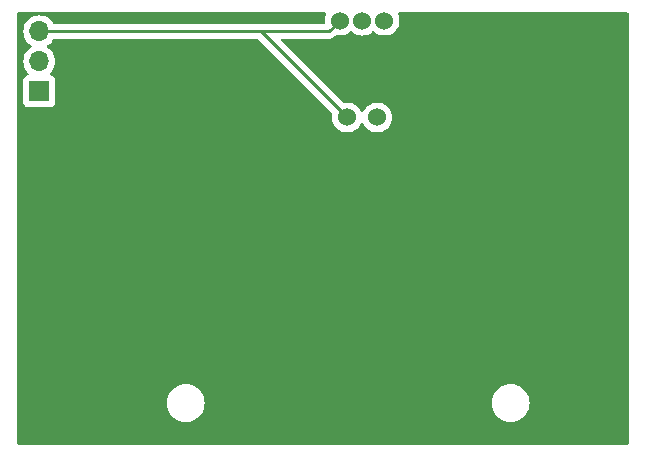
<source format=gbl>
G04 #@! TF.GenerationSoftware,KiCad,Pcbnew,7.0.8-7.0.8~ubuntu22.04.1*
G04 #@! TF.CreationDate,2024-01-26T15:42:25+01:00*
G04 #@! TF.ProjectId,hand_B,68616e64-5f42-42e6-9b69-6361645f7063,rev?*
G04 #@! TF.SameCoordinates,Original*
G04 #@! TF.FileFunction,Copper,L2,Bot*
G04 #@! TF.FilePolarity,Positive*
%FSLAX46Y46*%
G04 Gerber Fmt 4.6, Leading zero omitted, Abs format (unit mm)*
G04 Created by KiCad (PCBNEW 7.0.8-7.0.8~ubuntu22.04.1) date 2024-01-26 15:42:25*
%MOMM*%
%LPD*%
G01*
G04 APERTURE LIST*
G04 #@! TA.AperFunction,ComponentPad*
%ADD10R,1.700000X1.700000*%
G04 #@! TD*
G04 #@! TA.AperFunction,ComponentPad*
%ADD11O,1.700000X1.700000*%
G04 #@! TD*
G04 #@! TA.AperFunction,ComponentPad*
%ADD12C,1.524000*%
G04 #@! TD*
G04 #@! TA.AperFunction,Conductor*
%ADD13C,0.250000*%
G04 #@! TD*
G04 APERTURE END LIST*
D10*
X76100000Y-39587500D03*
D11*
X76100000Y-37047500D03*
X76100000Y-34507500D03*
D12*
X102160000Y-41800000D03*
X104700000Y-41800000D03*
X101525000Y-33595000D03*
X103425000Y-33595000D03*
X105325000Y-33595000D03*
D13*
X92875000Y-34507500D02*
X100612500Y-34507500D01*
X102160000Y-41800000D02*
X94867500Y-34507500D01*
X100612500Y-34507500D02*
X101525000Y-33595000D01*
X94867500Y-34507500D02*
X92875000Y-34507500D01*
X76100000Y-34507500D02*
X92875000Y-34507500D01*
G04 #@! TA.AperFunction,NonConductor*
G36*
X100328467Y-32919685D02*
G01*
X100374222Y-32972489D01*
X100384166Y-33041647D01*
X100373810Y-33076405D01*
X100334107Y-33161548D01*
X100334104Y-33161554D01*
X100276930Y-33374929D01*
X100276929Y-33374937D01*
X100257677Y-33594997D01*
X100257677Y-33595001D01*
X100270992Y-33747193D01*
X100257225Y-33815693D01*
X100208610Y-33865876D01*
X100147464Y-33882000D01*
X94926484Y-33882000D01*
X94907086Y-33880473D01*
X94899662Y-33879297D01*
X94887305Y-33877340D01*
X94887304Y-33877340D01*
X94840916Y-33881725D01*
X94835078Y-33882000D01*
X77375227Y-33882000D01*
X77308188Y-33862315D01*
X77273652Y-33829123D01*
X77138494Y-33636097D01*
X76971402Y-33469006D01*
X76971395Y-33469001D01*
X76777834Y-33333467D01*
X76777830Y-33333465D01*
X76777828Y-33333464D01*
X76563663Y-33233597D01*
X76563659Y-33233596D01*
X76563655Y-33233594D01*
X76335413Y-33172438D01*
X76335403Y-33172436D01*
X76100001Y-33151841D01*
X76099999Y-33151841D01*
X75864596Y-33172436D01*
X75864586Y-33172438D01*
X75636344Y-33233594D01*
X75636335Y-33233598D01*
X75422171Y-33333464D01*
X75422169Y-33333465D01*
X75228597Y-33469005D01*
X75061505Y-33636097D01*
X74925965Y-33829669D01*
X74925964Y-33829671D01*
X74826098Y-34043835D01*
X74826094Y-34043844D01*
X74764938Y-34272086D01*
X74764936Y-34272096D01*
X74744341Y-34507499D01*
X74744341Y-34507500D01*
X74764936Y-34742903D01*
X74764938Y-34742913D01*
X74826094Y-34971155D01*
X74826096Y-34971159D01*
X74826097Y-34971163D01*
X74902234Y-35134439D01*
X74925965Y-35185330D01*
X74925967Y-35185334D01*
X74994605Y-35283358D01*
X75061501Y-35378896D01*
X75061506Y-35378902D01*
X75228597Y-35545993D01*
X75228603Y-35545998D01*
X75414158Y-35675925D01*
X75457783Y-35730502D01*
X75464977Y-35800000D01*
X75433454Y-35862355D01*
X75414158Y-35879075D01*
X75228597Y-36009005D01*
X75061505Y-36176097D01*
X74925965Y-36369669D01*
X74925964Y-36369671D01*
X74826098Y-36583835D01*
X74826094Y-36583844D01*
X74764938Y-36812086D01*
X74764936Y-36812096D01*
X74744341Y-37047499D01*
X74744341Y-37047500D01*
X74764936Y-37282903D01*
X74764938Y-37282913D01*
X74826094Y-37511155D01*
X74826096Y-37511159D01*
X74826097Y-37511163D01*
X74925965Y-37725330D01*
X74925967Y-37725334D01*
X75034281Y-37880021D01*
X75061501Y-37918896D01*
X75061506Y-37918902D01*
X75183430Y-38040826D01*
X75216915Y-38102149D01*
X75211931Y-38171841D01*
X75170059Y-38227774D01*
X75139083Y-38244689D01*
X75007669Y-38293703D01*
X75007664Y-38293706D01*
X74892455Y-38379952D01*
X74892452Y-38379955D01*
X74806206Y-38495164D01*
X74806202Y-38495171D01*
X74755908Y-38630017D01*
X74749501Y-38689616D01*
X74749501Y-38689623D01*
X74749500Y-38689635D01*
X74749500Y-40485370D01*
X74749501Y-40485376D01*
X74755908Y-40544983D01*
X74806202Y-40679828D01*
X74806206Y-40679835D01*
X74892452Y-40795044D01*
X74892455Y-40795047D01*
X75007664Y-40881293D01*
X75007671Y-40881297D01*
X75142517Y-40931591D01*
X75142516Y-40931591D01*
X75149444Y-40932335D01*
X75202127Y-40938000D01*
X76997872Y-40937999D01*
X77057483Y-40931591D01*
X77192331Y-40881296D01*
X77307546Y-40795046D01*
X77393796Y-40679831D01*
X77444091Y-40544983D01*
X77450500Y-40485373D01*
X77450499Y-38689628D01*
X77444091Y-38630017D01*
X77393796Y-38495169D01*
X77393795Y-38495168D01*
X77393793Y-38495164D01*
X77307547Y-38379955D01*
X77307544Y-38379952D01*
X77192335Y-38293706D01*
X77192328Y-38293702D01*
X77060917Y-38244689D01*
X77004983Y-38202818D01*
X76980566Y-38137353D01*
X76995418Y-38069080D01*
X77016563Y-38040832D01*
X77138495Y-37918901D01*
X77274035Y-37725330D01*
X77373903Y-37511163D01*
X77435063Y-37282908D01*
X77455659Y-37047500D01*
X77435063Y-36812092D01*
X77373903Y-36583837D01*
X77274035Y-36369671D01*
X77138495Y-36176099D01*
X77138494Y-36176097D01*
X76971402Y-36009006D01*
X76971396Y-36009001D01*
X76785842Y-35879075D01*
X76742217Y-35824498D01*
X76735023Y-35755000D01*
X76766546Y-35692645D01*
X76785842Y-35675925D01*
X76808026Y-35660391D01*
X76971401Y-35545995D01*
X77138495Y-35378901D01*
X77273652Y-35185877D01*
X77328229Y-35142252D01*
X77375227Y-35133000D01*
X92795981Y-35133000D01*
X94557048Y-35133000D01*
X94624087Y-35152685D01*
X94644729Y-35169319D01*
X100891613Y-41416204D01*
X100925098Y-41477527D01*
X100923707Y-41535977D01*
X100911931Y-41579926D01*
X100911930Y-41579933D01*
X100892677Y-41799997D01*
X100892677Y-41800002D01*
X100911929Y-42020062D01*
X100911930Y-42020070D01*
X100969104Y-42233445D01*
X100969105Y-42233447D01*
X100969106Y-42233450D01*
X101002382Y-42304811D01*
X101062466Y-42433662D01*
X101062468Y-42433666D01*
X101189170Y-42614615D01*
X101189175Y-42614621D01*
X101345378Y-42770824D01*
X101345384Y-42770829D01*
X101526333Y-42897531D01*
X101526335Y-42897532D01*
X101526338Y-42897534D01*
X101726550Y-42990894D01*
X101939932Y-43048070D01*
X102097123Y-43061822D01*
X102159998Y-43067323D01*
X102160000Y-43067323D01*
X102160002Y-43067323D01*
X102215017Y-43062509D01*
X102380068Y-43048070D01*
X102593450Y-42990894D01*
X102793662Y-42897534D01*
X102974620Y-42770826D01*
X103130826Y-42614620D01*
X103257534Y-42433662D01*
X103317618Y-42304811D01*
X103363790Y-42252371D01*
X103430983Y-42233219D01*
X103497865Y-42253435D01*
X103542382Y-42304811D01*
X103602464Y-42433658D01*
X103602468Y-42433666D01*
X103729170Y-42614615D01*
X103729175Y-42614621D01*
X103885378Y-42770824D01*
X103885384Y-42770829D01*
X104066333Y-42897531D01*
X104066335Y-42897532D01*
X104066338Y-42897534D01*
X104266550Y-42990894D01*
X104479932Y-43048070D01*
X104637123Y-43061822D01*
X104699998Y-43067323D01*
X104700000Y-43067323D01*
X104700002Y-43067323D01*
X104755017Y-43062509D01*
X104920068Y-43048070D01*
X105133450Y-42990894D01*
X105333662Y-42897534D01*
X105514620Y-42770826D01*
X105670826Y-42614620D01*
X105797534Y-42433662D01*
X105890894Y-42233450D01*
X105948070Y-42020068D01*
X105967323Y-41800000D01*
X105948070Y-41579932D01*
X105890894Y-41366550D01*
X105797534Y-41166339D01*
X105670826Y-40985380D01*
X105514620Y-40829174D01*
X105514616Y-40829171D01*
X105514615Y-40829170D01*
X105333666Y-40702468D01*
X105333662Y-40702466D01*
X105285114Y-40679828D01*
X105133450Y-40609106D01*
X105133447Y-40609105D01*
X105133445Y-40609104D01*
X104920070Y-40551930D01*
X104920062Y-40551929D01*
X104700002Y-40532677D01*
X104699998Y-40532677D01*
X104479937Y-40551929D01*
X104479929Y-40551930D01*
X104266554Y-40609104D01*
X104266548Y-40609107D01*
X104066340Y-40702465D01*
X104066338Y-40702466D01*
X103885377Y-40829175D01*
X103729175Y-40985377D01*
X103602466Y-41166338D01*
X103602465Y-41166340D01*
X103542382Y-41295189D01*
X103496209Y-41347628D01*
X103429016Y-41366780D01*
X103362135Y-41346564D01*
X103317618Y-41295189D01*
X103257534Y-41166340D01*
X103257533Y-41166338D01*
X103130827Y-40985381D01*
X103077037Y-40931591D01*
X102974620Y-40829174D01*
X102974616Y-40829171D01*
X102974615Y-40829170D01*
X102793666Y-40702468D01*
X102793662Y-40702466D01*
X102745114Y-40679828D01*
X102593450Y-40609106D01*
X102593447Y-40609105D01*
X102593445Y-40609104D01*
X102380070Y-40551930D01*
X102380062Y-40551929D01*
X102160002Y-40532677D01*
X102159998Y-40532677D01*
X102019350Y-40544982D01*
X101939932Y-40551930D01*
X101939930Y-40551930D01*
X101939926Y-40551931D01*
X101895977Y-40563707D01*
X101826127Y-40562044D01*
X101776204Y-40531613D01*
X96589272Y-35344681D01*
X96555787Y-35283358D01*
X96560771Y-35213666D01*
X96602643Y-35157733D01*
X96668107Y-35133316D01*
X96676953Y-35133000D01*
X100529757Y-35133000D01*
X100545377Y-35134724D01*
X100545404Y-35134439D01*
X100553160Y-35135171D01*
X100553167Y-35135173D01*
X100622314Y-35133000D01*
X100651850Y-35133000D01*
X100658728Y-35132130D01*
X100664541Y-35131672D01*
X100711127Y-35130209D01*
X100730369Y-35124617D01*
X100749412Y-35120674D01*
X100769292Y-35118164D01*
X100812622Y-35101007D01*
X100818146Y-35099117D01*
X100821896Y-35098027D01*
X100862890Y-35086118D01*
X100880129Y-35075922D01*
X100897603Y-35067362D01*
X100916227Y-35059988D01*
X100916227Y-35059987D01*
X100916232Y-35059986D01*
X100953949Y-35032582D01*
X100958805Y-35029392D01*
X100998920Y-35005670D01*
X101013089Y-34991499D01*
X101027879Y-34978868D01*
X101044087Y-34967094D01*
X101073799Y-34931176D01*
X101077712Y-34926876D01*
X101141204Y-34863384D01*
X101202525Y-34829901D01*
X101260976Y-34831292D01*
X101304932Y-34843070D01*
X101462123Y-34856822D01*
X101524998Y-34862323D01*
X101525000Y-34862323D01*
X101525002Y-34862323D01*
X101580017Y-34857509D01*
X101745068Y-34843070D01*
X101958450Y-34785894D01*
X102158662Y-34692534D01*
X102339620Y-34565826D01*
X102387319Y-34518127D01*
X102448642Y-34484642D01*
X102518334Y-34489626D01*
X102562681Y-34518127D01*
X102610378Y-34565824D01*
X102610384Y-34565829D01*
X102791333Y-34692531D01*
X102791335Y-34692532D01*
X102791338Y-34692534D01*
X102991550Y-34785894D01*
X103204932Y-34843070D01*
X103362123Y-34856822D01*
X103424998Y-34862323D01*
X103425000Y-34862323D01*
X103425002Y-34862323D01*
X103480017Y-34857509D01*
X103645068Y-34843070D01*
X103858450Y-34785894D01*
X104058662Y-34692534D01*
X104239620Y-34565826D01*
X104287319Y-34518127D01*
X104348642Y-34484642D01*
X104418334Y-34489626D01*
X104462681Y-34518127D01*
X104510378Y-34565824D01*
X104510384Y-34565829D01*
X104691333Y-34692531D01*
X104691335Y-34692532D01*
X104691338Y-34692534D01*
X104891550Y-34785894D01*
X105104932Y-34843070D01*
X105262123Y-34856822D01*
X105324998Y-34862323D01*
X105325000Y-34862323D01*
X105325002Y-34862323D01*
X105380017Y-34857509D01*
X105545068Y-34843070D01*
X105758450Y-34785894D01*
X105958662Y-34692534D01*
X106139620Y-34565826D01*
X106295826Y-34409620D01*
X106422534Y-34228662D01*
X106515894Y-34028450D01*
X106573070Y-33815068D01*
X106592323Y-33595000D01*
X106573070Y-33374932D01*
X106515894Y-33161550D01*
X106476189Y-33076404D01*
X106465698Y-33007327D01*
X106494218Y-32943543D01*
X106552694Y-32905304D01*
X106588572Y-32900000D01*
X125876000Y-32900000D01*
X125943039Y-32919685D01*
X125988794Y-32972489D01*
X126000000Y-33024000D01*
X126000000Y-69376000D01*
X125980315Y-69443039D01*
X125927511Y-69488794D01*
X125876000Y-69500000D01*
X74324000Y-69500000D01*
X74256961Y-69480315D01*
X74211206Y-69427511D01*
X74200000Y-69376000D01*
X74200000Y-65982499D01*
X86894551Y-65982499D01*
X86914317Y-66233650D01*
X86973126Y-66478609D01*
X87069533Y-66711358D01*
X87201160Y-66926152D01*
X87201161Y-66926155D01*
X87201164Y-66926158D01*
X87364776Y-67117723D01*
X87513066Y-67244374D01*
X87556343Y-67281337D01*
X87556346Y-67281338D01*
X87771140Y-67412965D01*
X88003889Y-67509372D01*
X88248852Y-67568182D01*
X88404950Y-67580467D01*
X88437116Y-67582999D01*
X88437118Y-67582999D01*
X88562884Y-67582999D01*
X88592518Y-67580666D01*
X88751148Y-67568182D01*
X88996111Y-67509372D01*
X89228859Y-67412965D01*
X89443659Y-67281335D01*
X89635224Y-67117723D01*
X89798836Y-66926158D01*
X89930466Y-66711358D01*
X90026873Y-66478610D01*
X90085683Y-66233647D01*
X90105449Y-65982499D01*
X114394551Y-65982499D01*
X114414317Y-66233650D01*
X114473126Y-66478609D01*
X114569533Y-66711358D01*
X114701160Y-66926152D01*
X114701161Y-66926155D01*
X114701164Y-66926158D01*
X114864776Y-67117723D01*
X115013066Y-67244374D01*
X115056343Y-67281337D01*
X115056346Y-67281338D01*
X115271140Y-67412965D01*
X115503889Y-67509372D01*
X115748852Y-67568182D01*
X115904950Y-67580467D01*
X115937116Y-67582999D01*
X115937118Y-67582999D01*
X116062884Y-67582999D01*
X116092518Y-67580666D01*
X116251148Y-67568182D01*
X116496111Y-67509372D01*
X116728859Y-67412965D01*
X116943659Y-67281335D01*
X117135224Y-67117723D01*
X117298836Y-66926158D01*
X117430466Y-66711358D01*
X117526873Y-66478610D01*
X117585683Y-66233647D01*
X117605449Y-65982499D01*
X117585683Y-65731351D01*
X117526873Y-65486388D01*
X117430466Y-65253640D01*
X117430466Y-65253639D01*
X117298839Y-65038845D01*
X117298838Y-65038842D01*
X117261875Y-64995565D01*
X117135224Y-64847275D01*
X117008571Y-64739103D01*
X116943656Y-64683660D01*
X116943653Y-64683659D01*
X116728859Y-64552032D01*
X116496110Y-64455625D01*
X116251150Y-64396816D01*
X116062884Y-64381999D01*
X116062882Y-64381999D01*
X115937118Y-64381999D01*
X115937116Y-64381999D01*
X115748849Y-64396816D01*
X115503889Y-64455625D01*
X115271140Y-64552032D01*
X115056346Y-64683659D01*
X115056343Y-64683660D01*
X114864776Y-64847275D01*
X114701161Y-65038842D01*
X114701160Y-65038845D01*
X114569533Y-65253639D01*
X114473126Y-65486388D01*
X114414317Y-65731347D01*
X114394551Y-65982499D01*
X90105449Y-65982499D01*
X90085683Y-65731351D01*
X90026873Y-65486388D01*
X89930466Y-65253640D01*
X89930466Y-65253639D01*
X89798839Y-65038845D01*
X89798838Y-65038842D01*
X89761875Y-64995565D01*
X89635224Y-64847275D01*
X89508571Y-64739103D01*
X89443656Y-64683660D01*
X89443653Y-64683659D01*
X89228859Y-64552032D01*
X88996110Y-64455625D01*
X88751150Y-64396816D01*
X88562884Y-64381999D01*
X88562882Y-64381999D01*
X88437118Y-64381999D01*
X88437116Y-64381999D01*
X88248849Y-64396816D01*
X88003889Y-64455625D01*
X87771140Y-64552032D01*
X87556346Y-64683659D01*
X87556343Y-64683660D01*
X87364776Y-64847275D01*
X87201161Y-65038842D01*
X87201160Y-65038845D01*
X87069533Y-65253639D01*
X86973126Y-65486388D01*
X86914317Y-65731347D01*
X86894551Y-65982499D01*
X74200000Y-65982499D01*
X74200000Y-33024000D01*
X74219685Y-32956961D01*
X74272489Y-32911206D01*
X74324000Y-32900000D01*
X100261428Y-32900000D01*
X100328467Y-32919685D01*
G37*
G04 #@! TD.AperFunction*
M02*

</source>
